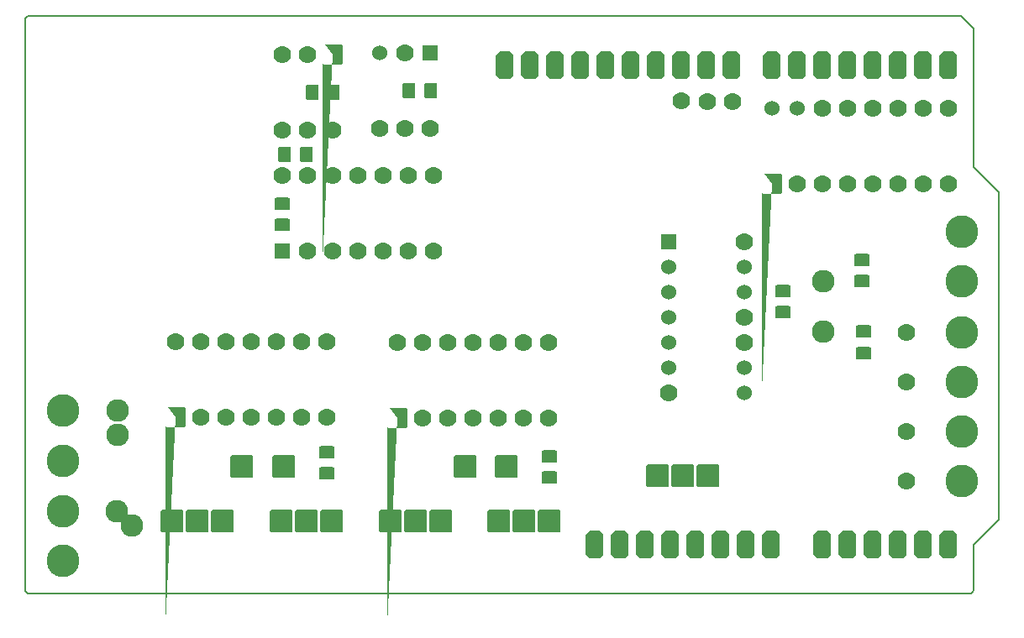
<source format=gbr>
G04 PROTEUS GERBER X2 FILE*
%TF.GenerationSoftware,Labcenter,Proteus,8.6-SP2-Build23525*%
%TF.CreationDate,2019-07-10T19:11:28+00:00*%
%TF.FileFunction,Soldermask,Bot*%
%TF.FilePolarity,Negative*%
%TF.Part,Single*%
%FSLAX45Y45*%
%MOMM*%
G01*
%AMPPAD026*
4,1,68,
-0.762000,1.016000,
0.762000,1.016000,
0.788400,1.014720,
0.813930,1.010950,
0.838490,1.004800,
0.861960,0.996400,
0.884220,0.985870,
0.905150,0.973300,
0.924650,0.958840,
0.942580,0.942580,
0.958840,0.924640,
0.973300,0.905150,
0.985860,0.884220,
0.996400,0.861960,
1.004800,0.838490,
1.010950,0.813930,
1.014720,0.788400,
1.016000,0.762000,
1.016000,-0.762000,
1.014720,-0.788400,
1.010950,-0.813930,
1.004800,-0.838490,
0.996400,-0.861960,
0.985860,-0.884220,
0.973300,-0.905150,
0.958840,-0.924640,
0.942580,-0.942580,
0.924650,-0.958840,
0.905150,-0.973300,
0.884220,-0.985870,
0.861960,-0.996400,
0.838490,-1.004800,
0.813930,-1.010950,
0.788400,-1.014720,
0.762000,-1.016000,
-0.762000,-1.016000,
-0.788400,-1.014720,
-0.813930,-1.010950,
-0.838490,-1.004800,
-0.861960,-0.996400,
-0.884220,-0.985870,
-0.905150,-0.973300,
-0.924650,-0.958840,
-0.942580,-0.942580,
-0.958840,-0.924640,
-0.973300,-0.905150,
-0.985860,-0.884220,
-0.996400,-0.861960,
-1.004800,-0.838490,
-1.010950,-0.813930,
-1.014720,-0.788400,
-1.016000,-0.762000,
-1.016000,0.762000,
-1.014720,0.788400,
-1.010950,0.813930,
-1.004800,0.838490,
-0.996400,0.861960,
-0.985860,0.884220,
-0.973300,0.905150,
-0.958840,0.924640,
-0.942580,0.942580,
-0.924650,0.958840,
-0.905150,0.973300,
-0.884220,0.985870,
-0.861960,0.996400,
-0.838490,1.004800,
-0.813930,1.010950,
-0.788400,1.014720,
-0.762000,1.016000,
0*%
%TA.AperFunction,Material*%
%ADD32PPAD026*%
%ADD33C,1.778000*%
%ADD34C,1.524000*%
%AMPPAD029*
4,1,36,
-0.635000,0.762000,
0.635000,0.762000,
0.660970,0.759470,
0.684980,0.752200,
0.706580,0.740650,
0.725290,0.725290,
0.740650,0.706570,
0.752200,0.684980,
0.759470,0.660970,
0.762000,0.635000,
0.762000,-0.635000,
0.759470,-0.660970,
0.752200,-0.684980,
0.740650,-0.706570,
0.725290,-0.725290,
0.706580,-0.740650,
0.684980,-0.752200,
0.660970,-0.759470,
0.635000,-0.762000,
-0.635000,-0.762000,
-0.660970,-0.759470,
-0.684980,-0.752200,
-0.706580,-0.740650,
-0.725290,-0.725290,
-0.740650,-0.706570,
-0.752200,-0.684980,
-0.759470,-0.660970,
-0.762000,-0.635000,
-0.762000,0.635000,
-0.759470,0.660970,
-0.752200,0.684980,
-0.740650,0.706570,
-0.725290,0.725290,
-0.706580,0.740650,
-0.684980,0.752200,
-0.660970,0.759470,
-0.635000,0.762000,
0*%
%TA.AperFunction,Material*%
%ADD35PPAD029*%
%AMPPAD033*
4,1,36,
1.016000,-1.143000,
-1.016000,-1.143000,
-1.041970,-1.140470,
-1.065980,-1.133200,
-1.087580,-1.121650,
-1.106290,-1.106290,
-1.121650,-1.087570,
-1.133200,-1.065980,
-1.140470,-1.041970,
-1.143000,-1.016000,
-1.143000,1.016000,
-1.140470,1.041970,
-1.133200,1.065980,
-1.121650,1.087570,
-1.106290,1.106290,
-1.087580,1.121650,
-1.065980,1.133200,
-1.041970,1.140470,
-1.016000,1.143000,
1.016000,1.143000,
1.041970,1.140470,
1.065980,1.133200,
1.087580,1.121650,
1.106290,1.106290,
1.121650,1.087570,
1.133200,1.065980,
1.140470,1.041970,
1.143000,1.016000,
1.143000,-1.016000,
1.140470,-1.041970,
1.133200,-1.065980,
1.121650,-1.087570,
1.106290,-1.106290,
1.087580,-1.121650,
1.065980,-1.133200,
1.041970,-1.140470,
1.016000,-1.143000,
0*%
%TA.AperFunction,Material*%
%ADD39PPAD033*%
%TA.AperFunction,Material*%
%ADD40C,2.286000*%
%AMPPAD040*
4,1,36,
-0.762000,0.508000,
-0.762000,-0.508000,
-0.759470,-0.533970,
-0.752200,-0.557980,
-0.740650,-0.579580,
-0.725290,-0.598290,
-0.706570,-0.613650,
-0.684980,-0.625200,
-0.660970,-0.632470,
-0.635000,-0.635000,
0.635000,-0.635000,
0.660970,-0.632470,
0.684980,-0.625200,
0.706570,-0.613650,
0.725290,-0.598290,
0.740650,-0.579580,
0.752200,-0.557980,
0.759470,-0.533970,
0.762000,-0.508000,
0.762000,0.508000,
0.759470,0.533970,
0.752200,0.557980,
0.740650,0.579580,
0.725290,0.598290,
0.706570,0.613650,
0.684980,0.625200,
0.660970,0.632470,
0.635000,0.635000,
-0.635000,0.635000,
-0.660970,0.632470,
-0.684980,0.625200,
-0.706570,0.613650,
-0.725290,0.598290,
-0.740650,0.579580,
-0.752200,0.557980,
-0.759470,0.533970,
-0.762000,0.508000,
0*%
%ADD46PPAD040*%
%AMPPAD041*
4,1,36,
-1.016000,-1.143000,
1.016000,-1.143000,
1.041970,-1.140470,
1.065980,-1.133200,
1.087580,-1.121650,
1.106290,-1.106290,
1.121650,-1.087570,
1.133200,-1.065980,
1.140470,-1.041970,
1.143000,-1.016000,
1.143000,1.016000,
1.140470,1.041970,
1.133200,1.065980,
1.121650,1.087570,
1.106290,1.106290,
1.087580,1.121650,
1.065980,1.133200,
1.041970,1.140470,
1.016000,1.143000,
-1.016000,1.143000,
-1.041970,1.140470,
-1.065980,1.133200,
-1.087580,1.121650,
-1.106290,1.106290,
-1.121650,1.087570,
-1.133200,1.065980,
-1.140470,1.041970,
-1.143000,1.016000,
-1.143000,-1.016000,
-1.140470,-1.041970,
-1.133200,-1.065980,
-1.121650,-1.087570,
-1.106290,-1.106290,
-1.087580,-1.121650,
-1.065980,-1.133200,
-1.041970,-1.140470,
-1.016000,-1.143000,
0*%
%ADD47PPAD041*%
%AMPPAD042*
4,1,36,
-0.508000,-0.762000,
0.508000,-0.762000,
0.533970,-0.759470,
0.557980,-0.752200,
0.579580,-0.740650,
0.598290,-0.725290,
0.613650,-0.706570,
0.625200,-0.684980,
0.632470,-0.660970,
0.635000,-0.635000,
0.635000,0.635000,
0.632470,0.660970,
0.625200,0.684980,
0.613650,0.706570,
0.598290,0.725290,
0.579580,0.740650,
0.557980,0.752200,
0.533970,0.759470,
0.508000,0.762000,
-0.508000,0.762000,
-0.533970,0.759470,
-0.557980,0.752200,
-0.579580,0.740650,
-0.598290,0.725290,
-0.613650,0.706570,
-0.625200,0.684980,
-0.632470,0.660970,
-0.635000,0.635000,
-0.635000,-0.635000,
-0.632470,-0.660970,
-0.625200,-0.684980,
-0.613650,-0.706570,
-0.598290,-0.725290,
-0.579580,-0.740650,
-0.557980,-0.752200,
-0.533970,-0.759470,
-0.508000,-0.762000,
0*%
%ADD48PPAD042*%
%ADD41C,3.302000*%
%AMPPAD038*
4,1,8,
-0.509800,1.397000,
0.509800,1.397000,
0.889000,1.017800,
0.889000,-1.017800,
0.509800,-1.397000,
-0.509800,-1.397000,
-0.889000,-1.017800,
-0.889000,1.017800,
-0.509800,1.397000,
0*%
%TA.AperFunction,Material*%
%ADD44PPAD038*%
%AMPPAD039*
4,1,36,
0.762000,0.635000,
0.762000,-0.635000,
0.759470,-0.660970,
0.752200,-0.684980,
0.740650,-0.706580,
0.725290,-0.725290,
0.706570,-0.740650,
0.684980,-0.752200,
0.660970,-0.759470,
0.635000,-0.762000,
-0.635000,-0.762000,
-0.660970,-0.759470,
-0.684980,-0.752200,
-0.706570,-0.740650,
-0.725290,-0.725290,
-0.740650,-0.706580,
-0.752200,-0.684980,
-0.759470,-0.660970,
-0.762000,-0.635000,
-0.762000,0.635000,
-0.759470,0.660970,
-0.752200,0.684980,
-0.740650,0.706580,
-0.725290,0.725290,
-0.706570,0.740650,
-0.684980,0.752200,
-0.660970,0.759470,
-0.635000,0.762000,
0.635000,0.762000,
0.660970,0.759470,
0.684980,0.752200,
0.706570,0.740650,
0.725290,0.725290,
0.740650,0.706580,
0.752200,0.684980,
0.759470,0.660970,
0.762000,0.635000,
0*%
%TA.AperFunction,Material*%
%ADD45PPAD039*%
%TA.AperFunction,Profile*%
%ADD29C,0.203200*%
%TD.AperFunction*%
D32*
X-3810000Y+5250000D03*
D33*
X-3556000Y+5250000D03*
X-3302000Y+5250000D03*
X-3048000Y+5250000D03*
X-2794000Y+5250000D03*
X-2540000Y+5250000D03*
X-2286000Y+5250000D03*
X-2032000Y+5250000D03*
X-2032000Y+6012000D03*
X-2286000Y+6012000D03*
X-2540000Y+6012000D03*
X-2794000Y+6012000D03*
X-3048000Y+6012000D03*
X-3302000Y+6012000D03*
D34*
X-3556000Y+6012000D03*
X-3810000Y+6012000D03*
D35*
X-8741680Y+4568320D03*
D33*
X-8487680Y+4568320D03*
X-8233680Y+4568320D03*
X-7979680Y+4568320D03*
X-7725680Y+4568320D03*
X-7471680Y+4568320D03*
X-7217680Y+4568320D03*
X-7217680Y+5330320D03*
X-7471680Y+5330320D03*
X-7725680Y+5330320D03*
X-7979680Y+5330320D03*
X-8233680Y+5330320D03*
X-8487680Y+5330320D03*
X-8741680Y+5330320D03*
D32*
X-9820000Y+2900000D03*
D33*
X-9566000Y+2900000D03*
X-9312000Y+2900000D03*
X-9058000Y+2900000D03*
X-8804000Y+2900000D03*
X-8550000Y+2900000D03*
X-8296000Y+2900000D03*
X-8296000Y+3662000D03*
X-8550000Y+3662000D03*
X-8804000Y+3662000D03*
X-9058000Y+3662000D03*
X-9312000Y+3662000D03*
X-9566000Y+3662000D03*
X-9820000Y+3662000D03*
D32*
X-8230000Y+6550000D03*
D33*
X-8484000Y+6550000D03*
X-8738000Y+6550000D03*
X-8738000Y+5788000D03*
X-8484000Y+5788000D03*
X-8230000Y+5788000D03*
D35*
X-7250000Y+6570000D03*
D33*
X-7504000Y+6570000D03*
D34*
X-7758000Y+6570000D03*
D33*
X-7758000Y+5808000D03*
X-7504000Y+5808000D03*
X-7250000Y+5808000D03*
D32*
X-7580000Y+2890000D03*
D33*
X-7326000Y+2890000D03*
X-7072000Y+2890000D03*
X-6818000Y+2890000D03*
X-6564000Y+2890000D03*
X-6310000Y+2890000D03*
X-6056000Y+2890000D03*
X-6056000Y+3652000D03*
X-6310000Y+3652000D03*
X-6564000Y+3652000D03*
X-6818000Y+3652000D03*
X-7072000Y+3652000D03*
X-7326000Y+3652000D03*
X-7580000Y+3652000D03*
D39*
X-8246000Y+1850000D03*
X-8500000Y+1850000D03*
X-8754000Y+1850000D03*
X-9346000Y+1850000D03*
X-9600000Y+1850000D03*
X-9854000Y+1850000D03*
X-7146000Y+1850000D03*
X-7400000Y+1850000D03*
X-7654000Y+1850000D03*
X-6046000Y+1850000D03*
X-6300000Y+1850000D03*
X-6554000Y+1850000D03*
D40*
X-3285659Y+3755601D03*
X-3285659Y+4263601D03*
D46*
X-8290000Y+2543360D03*
X-8290000Y+2330000D03*
X-6050000Y+2500000D03*
X-6050000Y+2286640D03*
X-2885725Y+3543481D03*
X-2885725Y+3756841D03*
X-2899159Y+4476961D03*
X-2899159Y+4263601D03*
X-3700000Y+3955601D03*
X-3700000Y+4168961D03*
D47*
X-6900000Y+2400000D03*
X-6478360Y+2400000D03*
X-9150000Y+2400000D03*
X-8728360Y+2400000D03*
D48*
X-8713360Y+5550000D03*
X-8500000Y+5550000D03*
D46*
X-8740000Y+5050000D03*
X-8740000Y+4836640D03*
D41*
X-10950000Y+1950380D03*
X-10950000Y+1450000D03*
D48*
X-8226640Y+6170000D03*
X-8440000Y+6170000D03*
X-7246640Y+6190000D03*
X-7460000Y+6190000D03*
D40*
X-10260000Y+1800000D03*
X-10410000Y+1950000D03*
D33*
X-2450000Y+2749929D03*
X-2450000Y+2250000D03*
D44*
X-3300000Y+1610000D03*
X-3046000Y+1610000D03*
X-2792000Y+1610000D03*
X-2538000Y+1610000D03*
X-2284000Y+1610000D03*
X-2030000Y+1610000D03*
X-5590000Y+1610000D03*
X-5336000Y+1610000D03*
X-5082000Y+1610000D03*
X-4828000Y+1610000D03*
X-4574000Y+1610000D03*
X-4320000Y+1610000D03*
X-4066000Y+1610000D03*
X-3812000Y+1610000D03*
X-3810000Y+6440000D03*
X-3556000Y+6440000D03*
X-3302000Y+6440000D03*
X-3048000Y+6440000D03*
X-2794000Y+6440000D03*
X-2540000Y+6440000D03*
X-2286000Y+6440000D03*
X-2032000Y+6440000D03*
X-6500000Y+6440000D03*
X-6246000Y+6440000D03*
X-5992000Y+6440000D03*
X-5738000Y+6440000D03*
X-5484000Y+6440000D03*
X-5230000Y+6440000D03*
X-4976000Y+6440000D03*
X-4722000Y+6440000D03*
X-4468000Y+6440000D03*
X-4214000Y+6440000D03*
D33*
X-2450380Y+3249620D03*
D45*
X-4850000Y+4662000D03*
D34*
X-4850000Y+4408000D03*
X-4850000Y+4154000D03*
X-4850000Y+3900000D03*
X-4850000Y+3646000D03*
X-4850000Y+3392000D03*
D33*
X-4850000Y+3138000D03*
D34*
X-4088000Y+3138000D03*
X-4088000Y+3392000D03*
D33*
X-4088000Y+3646000D03*
X-4088000Y+3900000D03*
D34*
X-4088000Y+4154000D03*
X-4088000Y+4408000D03*
D33*
X-4088000Y+4662000D03*
X-4720000Y+6090000D03*
X-4460000Y+6080000D03*
X-4200000Y+6080000D03*
D41*
X-10950000Y+2459620D03*
X-10950000Y+2960000D03*
D40*
X-10397601Y+2960000D03*
X-10397601Y+2720000D03*
D41*
X-1890000Y+2750000D03*
X-1890000Y+2249620D03*
X-1890000Y+4770000D03*
X-1890000Y+4269620D03*
X-1890000Y+3250000D03*
X-1890000Y+3750380D03*
D33*
X-2450000Y+3750000D03*
D39*
X-4446000Y+2300000D03*
X-4700000Y+2300000D03*
X-4954000Y+2300000D03*
D29*
X-11303600Y+6940000D02*
X-1902000Y+6940000D01*
X-1800400Y+1120000D02*
X-11303600Y+1120000D01*
X-1902000Y+6940000D02*
X-1775000Y+6813000D01*
X-1775000Y+5420000D02*
X-1521000Y+5166000D01*
X-1521000Y+1864000D01*
X-1775000Y+1610000D02*
X-1521000Y+1864000D01*
X-1775000Y+6813000D02*
X-1775000Y+5420000D01*
X-1775000Y+1610000D02*
X-1775000Y+1150000D01*
X-1775000Y+1145400D02*
X-1800400Y+1120000D01*
X-11330959Y+6914600D02*
X-11330959Y+1150000D01*
X-11305559Y+6940000D02*
X-11330959Y+6914600D01*
X-11330959Y+1145400D02*
X-11305559Y+1120000D01*
M02*

</source>
